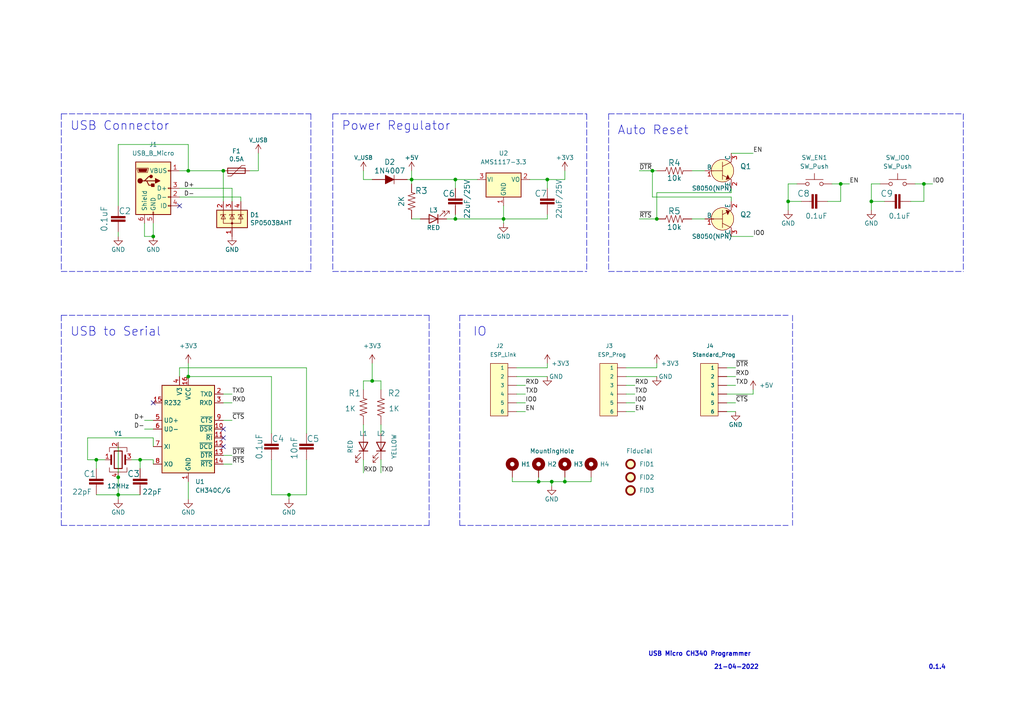
<source format=kicad_sch>
(kicad_sch (version 20211123) (generator eeschema)
  (paper "A4")
  (lib_symbols
    (symbol "Connector:USB_B_Micro" (pin_names (offset 1.016))
      (property "Reference" "J" (at -5.08 11.43 0))
      (property "Value" "USB_B_Micro" (at -5.08 8.89 0))
      (symbol "USB_B_Micro_0_1"
        (rectangle (start -5.08 -7.62) (end 5.08 7.62) (stroke (width 0.254)) (fill (type background)))
        (circle (center -3.81 2.159) (radius 0.635) (stroke (width 0.254)) (fill (type outline)))
        (circle (center -0.635 3.429) (radius 0.381) (stroke (width 0.254)) (fill (type outline)))
        (rectangle (start -0.127 -7.62) (end 0.127 -6.858))
        (polyline (pts (xy -1.905 2.159) (xy 0.635 2.159)) (stroke (width 0.254)))
        (polyline (pts (xy -3.175 2.159) (xy -2.54 2.159) (xy -1.27 3.429) (xy -0.635 3.429)) (stroke (width 0.254)))
        (polyline (pts (xy -2.54 2.159) (xy -1.905 2.159) (xy -1.27 0.889) (xy 0 0.889)) (stroke (width 0.254)))
        (polyline (pts (xy 0.635 2.794) (xy 0.635 1.524) (xy 1.905 2.159) (xy 0.635 2.794)) (stroke (width 0.254)) (fill (type outline)))
        (polyline (pts (xy -4.318 5.588) (xy -1.778 5.588) (xy -2.032 4.826) (xy -4.064 4.826) (xy -4.318 5.588)) (fill (type outline)))
        (polyline (pts (xy -4.699 5.842) (xy -4.699 5.588) (xy -4.445 4.826) (xy -4.445 4.572) (xy -1.651 4.572) (xy -1.651 4.826) (xy -1.397 5.588) (xy -1.397 5.842) (xy -4.699 5.842)))
        (rectangle (start 0.254 1.27) (end -0.508 0.508) (stroke (width 0.254)) (fill (type outline)))
        (rectangle (start 5.08 -5.207) (end 4.318 -4.953))
        (rectangle (start 5.08 -2.667) (end 4.318 -2.413))
        (rectangle (start 5.08 -0.127) (end 4.318 0.127))
        (rectangle (start 5.08 4.953) (end 4.318 5.207))
      )
      (symbol "USB_B_Micro_1_1"
        (pin power_out line (at 7.62 5.08 180) (length 2.54) (name "VBUS") (number "1"))
        (pin bidirectional line (at 7.62 -2.54 180) (length 2.54) (name "D-") (number "2"))
        (pin bidirectional line (at 7.62 0 180) (length 2.54) (name "D+") (number "3"))
        (pin passive line (at 7.62 -5.08 180) (length 2.54) (name "ID") (number "4"))
        (pin power_out line (at 0 -10.16 90) (length 2.54) (name "GND") (number "5"))
        (pin passive line (at -2.54 -10.16 90) (length 2.54) (name "Shield") (number "6"))
      )
    )
    (symbol "Device:Crystal_GND24" (pin_names (offset 1.016) hide)
      (property "Reference" "Y" (at 3.175 5.08 0))
      (property "Value" "Crystal_GND24" (at 3.175 3.175 0))
      (symbol "Crystal_GND24_0_1"
        (rectangle (start -1.143 2.54) (end 1.143 -2.54) (stroke (width 0.3048)))
        (polyline (pts (xy -2.54 0) (xy -2.032 0)))
        (polyline (pts (xy -2.032 -1.27) (xy -2.032 1.27)) (stroke (width 0.508)))
        (polyline (pts (xy 0 -3.81) (xy 0 -3.556)))
        (polyline (pts (xy 0 3.556) (xy 0 3.81)))
        (polyline (pts (xy 2.032 -1.27) (xy 2.032 1.27)) (stroke (width 0.508)))
        (polyline (pts (xy 2.032 0) (xy 2.54 0)))
        (polyline (pts (xy -2.54 -2.286) (xy -2.54 -3.556) (xy 2.54 -3.556) (xy 2.54 -2.286)))
        (polyline (pts (xy -2.54 2.286) (xy -2.54 3.556) (xy 2.54 3.556) (xy 2.54 2.286)))
      )
      (symbol "Crystal_GND24_1_1"
        (pin passive line (at -3.81 0 0) (length 1.27) (name "1") (number "1"))
        (pin passive line (at 0 5.08 270) (length 1.27) (name "2") (number "2"))
        (pin passive line (at 3.81 0 180) (length 1.27) (name "3") (number "3"))
        (pin passive line (at 0 -5.08 90) (length 1.27) (name "4") (number "4"))
      )
    )
    (symbol "Device:LED" (pin_numbers hide) (pin_names (offset 1.016) hide)
      (property "Reference" "D" (at 0 2.54 0))
      (property "Value" "LED" (at 0 -2.54 0))
      (symbol "LED_0_1"
        (polyline (pts (xy -1.27 -1.27) (xy -1.27 1.27)) (stroke (width 0.254)))
        (polyline (pts (xy -1.27 0) (xy 1.27 0)))
        (polyline (pts (xy 1.27 -1.27) (xy 1.27 1.27) (xy -1.27 0) (xy 1.27 -1.27)) (stroke (width 0.254)))
        (polyline (pts (xy -3.048 -0.762) (xy -4.572 -2.286) (xy -3.81 -2.286) (xy -4.572 -2.286) (xy -4.572 -1.524)))
        (polyline (pts (xy -1.778 -0.762) (xy -3.302 -2.286) (xy -2.54 -2.286) (xy -3.302 -2.286) (xy -3.302 -1.524)))
      )
      (symbol "LED_1_1"
        (pin passive line (at -3.81 0 0) (length 2.54) (name "K") (number "1"))
        (pin passive line (at 3.81 0 180) (length 2.54) (name "A") (number "2"))
      )
    )
    (symbol "Device:Polyfuse" (pin_numbers hide) (pin_names (offset 0))
      (property "Reference" "F" (at -2.54 0 90))
      (property "Value" "Polyfuse" (at 2.54 0 90))
      (symbol "Polyfuse_0_1"
        (rectangle (start -0.762 2.54) (end 0.762 -2.54) (stroke (width 0.254)))
        (polyline (pts (xy 0 2.54) (xy 0 -2.54)))
        (polyline (pts (xy -1.524 2.54) (xy -1.524 1.524) (xy 1.524 -1.524) (xy 1.524 -2.54)))
      )
      (symbol "Polyfuse_1_1"
        (pin passive line (at 0 3.81 270) (length 1.27) (name "~") (number "1"))
        (pin passive line (at 0 -3.81 90) (length 1.27) (name "~") (number "2"))
      )
    )
    (symbol "Interface_USB:CH340G"
      (property "Reference" "U" (at -5.08 13.97 0))
      (property "Value" "CH340G" (at 1.27 13.97 0))
      (symbol "CH340G_0_1"
        (rectangle (start -7.62 12.7) (end 7.62 -12.7) (stroke (width 0.254)) (fill (type background)))
      )
      (symbol "CH340G_1_1"
        (pin power_in line (at 0 -15.24 90) (length 2.54) (name "GND") (number "1"))
        (pin input line (at 10.16 0 180) (length 2.54) (name "~{DSR}") (number "10"))
        (pin input line (at 10.16 -2.54 180) (length 2.54) (name "~{RI}") (number "11"))
        (pin input line (at 10.16 -5.08 180) (length 2.54) (name "~{DCD}") (number "12"))
        (pin output line (at 10.16 -7.62 180) (length 2.54) (name "~{DTR}") (number "13"))
        (pin output line (at 10.16 -10.16 180) (length 2.54) (name "~{RTS}") (number "14"))
        (pin input line (at -10.16 7.62 0) (length 2.54) (name "R232") (number "15"))
        (pin power_in line (at 0 15.24 270) (length 2.54) (name "VCC") (number "16"))
        (pin output line (at 10.16 10.16 180) (length 2.54) (name "TXD") (number "2"))
        (pin input line (at 10.16 7.62 180) (length 2.54) (name "RXD") (number "3"))
        (pin passive line (at -2.54 15.24 270) (length 2.54) (name "V3") (number "4"))
        (pin bidirectional line (at -10.16 2.54 0) (length 2.54) (name "UD+") (number "5"))
        (pin bidirectional line (at -10.16 0 0) (length 2.54) (name "UD-") (number "6"))
        (pin input line (at -10.16 -5.08 0) (length 2.54) (name "XI") (number "7"))
        (pin output line (at -10.16 -10.16 0) (length 2.54) (name "XO") (number "8"))
        (pin input line (at 10.16 2.54 180) (length 2.54) (name "~{CTS}") (number "9"))
      )
    )
    (symbol "Mechanical:Fiducial"
      (property "Reference" "FID" (at 0 5.08 0))
      (property "Value" "Fiducial" (at 0 3.175 0))
      (symbol "Fiducial_0_1"
        (circle (center 0 0) (radius 1.27) (stroke (width 0.508)) (fill (type background)))
      )
    )
    (symbol "Mechanical:MountingHole_Pad" (pin_numbers hide) (pin_names (offset 1.016) hide)
      (property "Reference" "H" (at 0 6.35 0))
      (property "Value" "MountingHole_Pad" (at 0 4.445 0))
      (symbol "MountingHole_Pad_0_1"
        (circle (center 0 1.27) (radius 1.27) (stroke (width 1.27)))
      )
      (symbol "MountingHole_Pad_1_1"
        (pin input line (at 0 -2.54 90) (length 2.54) (name "1") (number "1"))
      )
    )
    (symbol "Power_Protection:SP0503BAHT" (pin_names hide)
      (property "Reference" "D" (at 5.715 2.54 0))
      (property "Value" "SP0503BAHT" (at 5.715 0.635 0))
      (symbol "SP0503BAHT_0_0"
        (pin passive line (at 0 -5.08 90) (length 2.54) (name "A") (number "1"))
      )
      (symbol "SP0503BAHT_0_1"
        (rectangle (start -4.445 2.54) (end 4.445 -2.54) (stroke (width 0.254)) (fill (type background)))
        (circle (center 0 -1.27) (radius 0.254) (fill (type outline)))
        (polyline (pts (xy -2.54 2.54) (xy -2.54 1.27)))
        (polyline (pts (xy 0 -1.27) (xy 0 -2.54)))
        (polyline (pts (xy 0 -1.27) (xy 0 1.27)))
        (polyline (pts (xy 0 2.54) (xy 0 1.27)))
        (polyline (pts (xy 0.635 1.27) (xy 0.762 1.27)))
        (polyline (pts (xy 2.54 2.54) (xy 2.54 1.27)))
        (polyline (pts (xy 0.635 1.27) (xy -0.762 1.27) (xy -0.762 1.016)))
        (polyline (pts (xy -3.302 1.016) (xy -3.302 1.27) (xy -1.905 1.27) (xy -1.778 1.27)))
        (polyline (pts (xy -2.54 1.27) (xy -2.54 -1.27) (xy 2.54 -1.27) (xy 2.54 1.27)))
        (polyline (pts (xy -2.54 1.27) (xy -1.905 0) (xy -3.175 0) (xy -2.54 1.27)))
        (polyline (pts (xy 0.635 0) (xy -0.635 0) (xy 0 1.27) (xy 0.635 0)))
        (polyline (pts (xy 1.778 1.016) (xy 1.778 1.27) (xy 3.175 1.27) (xy 3.302 1.27)))
        (polyline (pts (xy 2.54 1.27) (xy 1.905 0) (xy 3.175 0) (xy 2.54 1.27)))
      )
      (symbol "SP0503BAHT_1_1"
        (pin passive line (at -2.54 5.08 270) (length 2.54) (name "K") (number "2"))
        (pin passive line (at 0 5.08 270) (length 2.54) (name "K") (number "3"))
        (pin passive line (at 2.54 5.08 270) (length 2.54) (name "K") (number "4"))
      )
    )
    (symbol "Regulator_Linear:AMS1117-3.3" (pin_names (offset 0.254))
      (property "Reference" "U" (at -3.81 3.175 0))
      (property "Value" "AMS1117-3.3" (at 0 3.175 0))
      (symbol "AMS1117-3.3_0_1"
        (rectangle (start -5.08 -5.08) (end 5.08 1.905) (stroke (width 0.254)) (fill (type background)))
      )
      (symbol "AMS1117-3.3_1_1"
        (pin power_in line (at 0 -7.62 90) (length 2.54) (name "GND") (number "1"))
        (pin power_out line (at 7.62 0 180) (length 2.54) (name "VO") (number "2"))
        (pin power_in line (at -7.62 0 0) (length 2.54) (name "VI") (number "3"))
      )
    )
    (symbol "Serial-Basic-CH340C-eagle-import:0.1UF-0603-25V-(+80{slash}-20%)"
      (property "Reference" "C" (at 1.524 2.921 0))
      (property "Value" "0.1UF-0603-25V-(+80{slash}-20%)" (at 1.524 -2.159 0))
      (symbol "0.1UF-0603-25V-(+80{slash}-20%)_1_0"
        (rectangle (start -2.032 0.508) (end 2.032 1.016) (fill (type outline)))
        (rectangle (start -2.032 1.524) (end 2.032 2.032) (fill (type outline)))
        (polyline (pts (xy 0 0) (xy 0 0.508)) (stroke (width 0.1524)))
        (polyline (pts (xy 0 2.54) (xy 0 2.032)) (stroke (width 0.1524)))
        (pin passive line (at 0 5.08 270) (length 2.54) (name "1") (number "1"))
        (pin passive line (at 0 -2.54 90) (length 2.54) (name "2") (number "2"))
      )
    )
    (symbol "Serial-Basic-CH340C-eagle-import:1KOHM-0603-1{slash}10W-1%"
      (property "Reference" "R" (at 0 1.524 0))
      (property "Value" "1KOHM-0603-1{slash}10W-1%" (at 0 -1.524 0))
      (symbol "1KOHM-0603-1{slash}10W-1%_1_0"
        (polyline (pts (xy -2.54 0) (xy -2.159 1.016)) (stroke (width 0.1524)))
        (polyline (pts (xy -2.159 1.016) (xy -1.524 -1.016)) (stroke (width 0.1524)))
        (polyline (pts (xy -1.524 -1.016) (xy -0.889 1.016)) (stroke (width 0.1524)))
        (polyline (pts (xy -0.889 1.016) (xy -0.254 -1.016)) (stroke (width 0.1524)))
        (polyline (pts (xy -0.254 -1.016) (xy 0.381 1.016)) (stroke (width 0.1524)))
        (polyline (pts (xy 0.381 1.016) (xy 1.016 -1.016)) (stroke (width 0.1524)))
        (polyline (pts (xy 1.016 -1.016) (xy 1.651 1.016)) (stroke (width 0.1524)))
        (polyline (pts (xy 1.651 1.016) (xy 2.286 -1.016)) (stroke (width 0.1524)))
        (polyline (pts (xy 2.286 -1.016) (xy 2.54 0)) (stroke (width 0.1524)))
        (pin passive line (at -5.08 0 0) (length 2.54) (name "1") (number "1"))
        (pin passive line (at 5.08 0 180) (length 2.54) (name "2") (number "2"))
      )
    )
    (symbol "Serial-Basic-CH340C-eagle-import:5.1KOHM5.1KOHM-0603-1{slash}10W-1%"
      (property "Reference" "R" (at 0 1.524 0))
      (property "Value" "5.1KOHM5.1KOHM-0603-1{slash}10W-1%" (at 0 -1.524 0))
      (symbol "5.1KOHM5.1KOHM-0603-1{slash}10W-1%_1_0"
        (polyline (pts (xy -2.54 0) (xy -2.159 1.016)) (stroke (width 0.1524)))
        (polyline (pts (xy -2.159 1.016) (xy -1.524 -1.016)) (stroke (width 0.1524)))
        (polyline (pts (xy -1.524 -1.016) (xy -0.889 1.016)) (stroke (width 0.1524)))
        (polyline (pts (xy -0.889 1.016) (xy -0.254 -1.016)) (stroke (width 0.1524)))
        (polyline (pts (xy -0.254 -1.016) (xy 0.381 1.016)) (stroke (width 0.1524)))
        (polyline (pts (xy 0.381 1.016) (xy 1.016 -1.016)) (stroke (width 0.1524)))
        (polyline (pts (xy 1.016 -1.016) (xy 1.651 1.016)) (stroke (width 0.1524)))
        (polyline (pts (xy 1.651 1.016) (xy 2.286 -1.016)) (stroke (width 0.1524)))
        (polyline (pts (xy 2.286 -1.016) (xy 2.54 0)) (stroke (width 0.1524)))
        (pin passive line (at -5.08 0 0) (length 2.54) (name "1") (number "1"))
        (pin passive line (at 5.08 0 180) (length 2.54) (name "2") (number "2"))
      )
    )
    (symbol "SparkFun-Connectors:CONN_06POLAR" (pin_numbers hide) (pin_names (offset 1.016))
      (property "Reference" "J" (at -5.08 15.24 0))
      (property "Value" "CONN_06POLAR" (at -5.08 -3.81 0))
      (property "Field4" "XXX-00000" (at 0 19.05 0))
      (symbol "CONN_06POLAR_0_1"
        (rectangle (start 0 -1.27) (end -5.08 13.97) (fill (type background)))
      )
      (symbol "CONN_06POLAR_1_1"
        (pin passive line (at 2.54 0 180) (length 2.54) (name "1") (number "1"))
        (pin passive line (at 2.54 2.54 180) (length 2.54) (name "2") (number "2"))
        (pin passive line (at 2.54 5.08 180) (length 2.54) (name "3") (number "3"))
        (pin passive line (at 2.54 7.62 180) (length 2.54) (name "4") (number "4"))
        (pin passive line (at 2.54 10.16 180) (length 2.54) (name "5") (number "5"))
        (pin passive line (at 2.54 12.7 180) (length 2.54) (name "6") (number "6"))
      )
    )
    (symbol "SparkFun-PowerSymbols:V_USB" (power) (pin_numbers hide) (pin_names (offset 1.016) hide)
      (property "Value" "V_USB" (at -2.54 3.81 0))
      (property "Footprint" "XXX-00000" (at 0 7.62 0))
      (symbol "V_USB_1_0"
        (polyline (pts (xy 0 0) (xy 0 2.54)))
        (polyline (pts (xy 0 2.54) (xy -0.762 1.27)))
        (polyline (pts (xy 0.762 1.27) (xy 0 2.54)))
      )
      (symbol "V_USB_1_1"
        (pin power_in line (at 0 0 90) (length 0) hide (name "V_USB") (number "~"))
      )
    )
    (symbol "Switch:SW_Push" (pin_numbers hide) (pin_names (offset 1.016) hide)
      (property "Reference" "SW" (at 1.27 2.54 0))
      (property "Value" "SW_Push" (at 0 -1.524 0))
      (symbol "SW_Push_0_1"
        (circle (center -2.032 0) (radius 0.508))
        (polyline (pts (xy 0 1.27) (xy 0 3.048)))
        (polyline (pts (xy 2.54 1.27) (xy -2.54 1.27)))
        (circle (center 2.032 0) (radius 0.508))
        (pin passive line (at -5.08 0 0) (length 2.54) (name "1") (number "1"))
        (pin passive line (at 5.08 0 180) (length 2.54) (name "2") (number "2"))
      )
    )
    (symbol "dk_Diodes-Rectifiers-Single:1N4007-T_NRND" (pin_numbers hide) (pin_names (offset 0) hide)
      (property "Reference" "D" (at 0 2.54 0))
      (property "Value" "1N4007-T_NRND" (at 0 -2.54 0))
      (symbol "1N4007-T_NRND_0_1"
        (polyline (pts (xy 1.27 1.27) (xy 1.27 -1.27)))
        (polyline (pts (xy -1.27 1.27) (xy -1.27 -1.27) (xy 1.27 0) (xy -1.27 1.27)) (fill (type outline)))
      )
      (symbol "1N4007-T_NRND_1_1"
        (pin passive line (at -5.08 0 0) (length 3.81) (name "~") (number "A"))
        (pin passive line (at 5.08 0 180) (length 3.81) (name "~") (number "K"))
      )
    )
    (symbol "dk_Transistors-Bipolar-BJT-Single:MMSS8050-H-TP" (pin_names (offset 0))
      (property "Reference" "Q" (at -3.2004 4.2164 0))
      (property "Value" "MMSS8050-H-TP" (at 5.2324 0 90))
      (symbol "MMSS8050-H-TP_0_1"
        (polyline (pts (xy -3.81 0) (xy -2.54 0)))
        (polyline (pts (xy -3.556 0) (xy 0 0)))
        (polyline (pts (xy 0 -1.27) (xy 2.54 -2.54)))
        (polyline (pts (xy 0 1.27) (xy 2.54 2.54)))
        (polyline (pts (xy 0 2.54) (xy 0 -2.54)))
        (polyline (pts (xy 1.524 -1.27) (xy 2.032 -2.286) (xy 1.016 -2.54) (xy 1.524 -1.27)) (fill (type outline)))
        (circle (center 0 0) (radius 3.2512) (fill (type background)))
      )
      (symbol "MMSS8050-H-TP_1_1"
        (pin input line (at -5.08 0 0) (length 2.54) (name "B") (number "1"))
        (pin passive line (at 2.54 -5.08 90) (length 2.54) (name "E") (number "2"))
        (pin passive line (at 2.54 5.08 270) (length 2.54) (name "C") (number "3"))
      )
    )
    (symbol "power:+3.3V" (power) (pin_names (offset 0))
      (property "Value" "+3.3V" (at 0 3.556 0))
      (symbol "+3.3V_0_1"
        (polyline (pts (xy -0.762 1.27) (xy 0 2.54)))
        (polyline (pts (xy 0 0) (xy 0 2.54)))
        (polyline (pts (xy 0 2.54) (xy 0.762 1.27)))
      )
      (symbol "+3.3V_1_1"
        (pin power_in line (at 0 0 90) (length 0) hide (name "+3V3") (number "1"))
      )
    )
    (symbol "power:+5V" (power) (pin_names (offset 0))
      (property "Value" "+5V" (at 0 3.556 0))
      (symbol "+5V_0_1"
        (polyline (pts (xy -0.762 1.27) (xy 0 2.54)))
        (polyline (pts (xy 0 0) (xy 0 2.54)))
        (polyline (pts (xy 0 2.54) (xy 0.762 1.27)))
      )
      (symbol "+5V_1_1"
        (pin power_in line (at 0 0 90) (length 0) hide (name "+5V") (number "1"))
      )
    )
    (symbol "power:GND" (power) (pin_names (offset 0))
      (property "Value" "GND" (at 0 -3.81 0))
      (symbol "GND_0_1"
        (polyline (pts (xy 0 0) (xy 0 -1.27) (xy 1.27 -1.27) (xy 0 -2.54) (xy -1.27 -1.27) (xy 0 -1.27)))
      )
      (symbol "GND_1_1"
        (pin power_in line (at 0 0 270) (length 0) hide (name "GND") (number "1"))
      )
    )
  )
  (junction (at 163.83 139.7))
  (junction (at 107.95 110.49))
  (junction (at 146.05 63.5))
  (junction (at 27.94 133.35))
  (junction (at 132.08 63.5))
  (junction (at 119.38 52.07))
  (junction (at 83.82 143.51))
  (junction (at 243.84 53.34))
  (junction (at 54.61 109.22))
  (junction (at 44.45 68.58))
  (junction (at 267.97 53.34))
  (junction (at 34.29 138.43))
  (junction (at 160.02 139.7))
  (junction (at 158.75 52.07))
  (junction (at 54.61 49.53))
  (junction (at 189.23 49.53))
  (junction (at 228.6 58.42))
  (junction (at 40.64 133.35))
  (junction (at 252.73 58.42))
  (junction (at 132.08 52.07))
  (junction (at 190.5 63.5))
  (junction (at 64.77 49.53))
  (junction (at 34.29 143.51))
  (junction (at 156.21 139.7))
  (no_connect (at 44.45 116.84))
  (no_connect (at 64.77 127))
  (no_connect (at 64.77 129.54))
  (no_connect (at 64.77 124.46))
  (no_connect (at 52.07 59.69))
  (wire (pts (xy 210.82 114.3) (xy 218.44 114.3)))
  (wire (pts (xy 181.61 119.38) (xy 184.15 119.38)))
  (wire (pts (xy 83.82 144.78) (xy 83.82 143.51)))
  (wire (pts (xy 252.73 53.34) (xy 252.73 58.42)))
  (wire (pts (xy 110.49 110.49) (xy 110.49 113.03)))
  (wire (pts (xy 54.61 105.41) (xy 54.61 109.22)))
  (wire (pts (xy 67.31 54.61) (xy 67.31 58.42)))
  (wire (pts (xy 132.08 52.07) (xy 132.08 54.61)))
  (wire (pts (xy 212.09 54.61) (xy 212.09 55.88)))
  (wire (pts (xy 181.61 114.3) (xy 184.15 114.3)))
  (wire (pts (xy 185.42 49.53) (xy 189.23 49.53)))
  (wire (pts (xy 158.75 63.5) (xy 146.05 63.5)))
  (wire (pts (xy 132.08 63.5) (xy 146.05 63.5)))
  (wire (pts (xy 83.82 143.51) (xy 88.9 143.51)))
  (wire (pts (xy 34.29 67.31) (xy 34.29 68.58)))
  (wire (pts (xy 25.4 127) (xy 44.45 127)))
  (wire (pts (xy 212.09 68.58) (xy 218.44 68.58)))
  (wire (pts (xy 160.02 140.97) (xy 160.02 139.7)))
  (wire (pts (xy 210.82 116.84) (xy 213.36 116.84)))
  (polyline (pts (xy 176.53 33.02) (xy 279.4 33.02)))
  (wire (pts (xy 190.5 55.88) (xy 190.5 63.5)))
  (wire (pts (xy 181.61 116.84) (xy 184.15 116.84)))
  (polyline (pts (xy 124.46 91.44) (xy 124.46 152.4)))
  (wire (pts (xy 64.77 49.53) (xy 54.61 49.53)))
  (wire (pts (xy 34.29 41.91) (xy 54.61 41.91)))
  (wire (pts (xy 240.03 58.42) (xy 243.84 58.42)))
  (wire (pts (xy 149.86 119.38) (xy 152.4 119.38)))
  (wire (pts (xy 149.86 111.76) (xy 152.4 111.76)))
  (wire (pts (xy 64.77 134.62) (xy 67.31 134.62)))
  (wire (pts (xy 40.64 133.35) (xy 44.45 133.35)))
  (wire (pts (xy 189.23 49.53) (xy 190.5 49.53)))
  (wire (pts (xy 228.6 58.42) (xy 232.41 58.42)))
  (wire (pts (xy 243.84 53.34) (xy 246.38 53.34)))
  (wire (pts (xy 163.83 52.07) (xy 158.75 52.07)))
  (wire (pts (xy 54.61 139.7) (xy 54.61 144.78)))
  (wire (pts (xy 25.4 133.35) (xy 27.94 133.35)))
  (polyline (pts (xy 96.52 78.74) (xy 170.18 78.74)))
  (wire (pts (xy 243.84 58.42) (xy 243.84 53.34)))
  (wire (pts (xy 265.43 53.34) (xy 267.97 53.34)))
  (wire (pts (xy 218.44 113.03) (xy 218.44 114.3)))
  (wire (pts (xy 228.6 58.42) (xy 228.6 60.96)))
  (wire (pts (xy 41.91 68.58) (xy 44.45 68.58)))
  (wire (pts (xy 210.82 111.76) (xy 213.36 111.76)))
  (wire (pts (xy 64.77 132.08) (xy 67.31 132.08)))
  (wire (pts (xy 163.83 138.43) (xy 163.83 139.7)))
  (wire (pts (xy 34.29 144.78) (xy 34.29 143.51)))
  (wire (pts (xy 44.45 129.54) (xy 44.45 127)))
  (wire (pts (xy 189.23 57.15) (xy 189.23 49.53)))
  (wire (pts (xy 78.74 109.22) (xy 54.61 109.22)))
  (wire (pts (xy 105.41 110.49) (xy 105.41 113.03)))
  (wire (pts (xy 27.94 143.51) (xy 34.29 143.51)))
  (wire (pts (xy 163.83 139.7) (xy 171.45 139.7)))
  (wire (pts (xy 64.77 121.92) (xy 67.31 121.92)))
  (wire (pts (xy 160.02 139.7) (xy 163.83 139.7)))
  (wire (pts (xy 41.91 64.77) (xy 41.91 68.58)))
  (wire (pts (xy 228.6 53.34) (xy 228.6 58.42)))
  (wire (pts (xy 118.11 52.07) (xy 119.38 52.07)))
  (wire (pts (xy 148.59 139.7) (xy 156.21 139.7)))
  (polyline (pts (xy 17.78 91.44) (xy 124.46 91.44)))
  (wire (pts (xy 64.77 114.3) (xy 67.31 114.3)))
  (wire (pts (xy 148.59 138.43) (xy 148.59 139.7)))
  (wire (pts (xy 110.49 133.35) (xy 110.49 137.16)))
  (wire (pts (xy 149.86 106.68) (xy 158.75 106.68)))
  (wire (pts (xy 185.42 63.5) (xy 190.5 63.5)))
  (polyline (pts (xy 17.78 91.44) (xy 17.78 152.4)))
  (polyline (pts (xy 133.35 91.44) (xy 133.35 152.4)))
  (wire (pts (xy 107.95 110.49) (xy 110.49 110.49)))
  (wire (pts (xy 264.16 58.42) (xy 267.97 58.42)))
  (wire (pts (xy 88.9 125.73) (xy 88.9 106.68)))
  (wire (pts (xy 41.91 121.92) (xy 44.45 121.92)))
  (wire (pts (xy 78.74 143.51) (xy 83.82 143.51)))
  (polyline (pts (xy 279.4 33.02) (xy 279.4 78.74)))
  (wire (pts (xy 69.85 58.42) (xy 69.85 57.15)))
  (wire (pts (xy 107.95 52.07) (xy 105.41 52.07)))
  (wire (pts (xy 54.61 49.53) (xy 52.07 49.53)))
  (polyline (pts (xy 96.52 33.02) (xy 96.52 78.74)))
  (wire (pts (xy 38.1 133.35) (xy 40.64 133.35)))
  (wire (pts (xy 190.5 106.68) (xy 190.5 105.41)))
  (wire (pts (xy 78.74 143.51) (xy 78.74 133.35)))
  (polyline (pts (xy 170.18 33.02) (xy 170.18 78.74)))
  (wire (pts (xy 119.38 52.07) (xy 119.38 53.34)))
  (polyline (pts (xy 229.87 91.44) (xy 229.87 152.4)))
  (wire (pts (xy 54.61 41.91) (xy 54.61 49.53)))
  (wire (pts (xy 252.73 58.42) (xy 252.73 60.96)))
  (wire (pts (xy 158.75 106.68) (xy 158.75 105.41)))
  (wire (pts (xy 212.09 57.15) (xy 189.23 57.15)))
  (wire (pts (xy 149.86 109.22) (xy 158.75 109.22)))
  (wire (pts (xy 105.41 110.49) (xy 107.95 110.49)))
  (wire (pts (xy 40.64 133.35) (xy 40.64 135.89)))
  (wire (pts (xy 27.94 135.89) (xy 27.94 133.35)))
  (wire (pts (xy 78.74 125.73) (xy 78.74 109.22)))
  (wire (pts (xy 88.9 133.35) (xy 88.9 143.51)))
  (polyline (pts (xy 176.53 78.74) (xy 279.4 78.74)))
  (wire (pts (xy 34.29 59.69) (xy 34.29 41.91)))
  (wire (pts (xy 119.38 52.07) (xy 132.08 52.07)))
  (polyline (pts (xy 133.35 152.4) (xy 228.6 152.4)))
  (wire (pts (xy 146.05 63.5) (xy 146.05 59.69)))
  (wire (pts (xy 119.38 49.53) (xy 119.38 52.07)))
  (wire (pts (xy 27.94 133.35) (xy 30.48 133.35)))
  (wire (pts (xy 52.07 54.61) (xy 67.31 54.61)))
  (polyline (pts (xy 96.52 33.02) (xy 170.18 33.02)))
  (wire (pts (xy 74.93 44.45) (xy 74.93 49.53)))
  (wire (pts (xy 181.61 109.22) (xy 190.5 109.22)))
  (wire (pts (xy 210.82 119.38) (xy 213.36 119.38)))
  (wire (pts (xy 241.3 53.34) (xy 243.84 53.34)))
  (polyline (pts (xy 176.53 33.02) (xy 176.53 78.74)))
  (wire (pts (xy 163.83 49.53) (xy 163.83 52.07)))
  (wire (pts (xy 105.41 133.35) (xy 105.41 137.16)))
  (wire (pts (xy 119.38 63.5) (xy 121.92 63.5)))
  (wire (pts (xy 267.97 58.42) (xy 267.97 53.34)))
  (wire (pts (xy 110.49 123.19) (xy 110.49 125.73)))
  (wire (pts (xy 255.27 53.34) (xy 252.73 53.34)))
  (wire (pts (xy 25.4 127) (xy 25.4 133.35)))
  (wire (pts (xy 41.91 124.46) (xy 44.45 124.46)))
  (wire (pts (xy 107.95 105.41) (xy 107.95 110.49)))
  (wire (pts (xy 158.75 52.07) (xy 153.67 52.07)))
  (wire (pts (xy 105.41 123.19) (xy 105.41 125.73)))
  (wire (pts (xy 210.82 106.68) (xy 213.36 106.68)))
  (wire (pts (xy 210.82 109.22) (xy 213.36 109.22)))
  (wire (pts (xy 64.77 116.84) (xy 67.31 116.84)))
  (wire (pts (xy 267.97 53.34) (xy 270.51 53.34)))
  (wire (pts (xy 52.07 106.68) (xy 52.07 109.22)))
  (wire (pts (xy 212.09 44.45) (xy 218.44 44.45)))
  (wire (pts (xy 34.29 128.27) (xy 34.29 138.43)))
  (wire (pts (xy 212.09 58.42) (xy 212.09 57.15)))
  (wire (pts (xy 129.54 63.5) (xy 132.08 63.5)))
  (wire (pts (xy 34.29 138.43) (xy 34.29 143.51)))
  (wire (pts (xy 52.07 57.15) (xy 69.85 57.15)))
  (wire (pts (xy 74.93 49.53) (xy 72.39 49.53)))
  (wire (pts (xy 200.66 49.53) (xy 204.47 49.53)))
  (wire (pts (xy 231.14 53.34) (xy 228.6 53.34)))
  (wire (pts (xy 132.08 62.23) (xy 132.08 63.5)))
  (wire (pts (xy 146.05 64.77) (xy 146.05 63.5)))
  (polyline (pts (xy 133.35 91.44) (xy 228.6 91.44)))
  (wire (pts (xy 212.09 55.88) (xy 190.5 55.88)))
  (wire (pts (xy 64.77 58.42) (xy 64.77 49.53)))
  (polyline (pts (xy 17.78 78.74) (xy 90.17 78.74)))
  (wire (pts (xy 181.61 106.68) (xy 190.5 106.68)))
  (wire (pts (xy 156.21 138.43) (xy 156.21 139.7)))
  (wire (pts (xy 132.08 52.07) (xy 138.43 52.07)))
  (polyline (pts (xy 17.78 33.02) (xy 90.17 33.02)))
  (wire (pts (xy 105.41 52.07) (xy 105.41 49.53)))
  (wire (pts (xy 44.45 64.77) (xy 44.45 68.58)))
  (polyline (pts (xy 17.78 152.4) (xy 124.46 152.4)))
  (wire (pts (xy 44.45 133.35) (xy 44.45 134.62)))
  (polyline (pts (xy 17.78 33.02) (xy 17.78 78.74)))
  (wire (pts (xy 158.75 62.23) (xy 158.75 63.5)))
  (wire (pts (xy 156.21 139.7) (xy 160.02 139.7)))
  (wire (pts (xy 34.29 143.51) (xy 40.64 143.51)))
  (polyline (pts (xy 90.17 33.02) (xy 90.17 78.74)))
  (wire (pts (xy 200.66 63.5) (xy 204.47 63.5)))
  (wire (pts (xy 149.86 116.84) (xy 152.4 116.84)))
  (wire (pts (xy 181.61 111.76) (xy 184.15 111.76)))
  (wire (pts (xy 171.45 139.7) (xy 171.45 138.43)))
  (wire (pts (xy 88.9 106.68) (xy 52.07 106.68)))
  (wire (pts (xy 158.75 54.61) (xy 158.75 52.07)))
  (wire (pts (xy 252.73 58.42) (xy 256.54 58.42)))
  (wire (pts (xy 149.86 114.3) (xy 152.4 114.3)))
  (text "USB Connector" (at 20.32 38.1 180) (effects (font (size 2.54 2.54)) (justify left bottom)))
  (text "21-04-2022" (at 207.01 194.31 0) (effects (font (size 1.27 1.27) bold) (justify left bottom)))
  (text "USB to Serial" (at 20.32 97.79 180) (effects (font (size 2.54 2.54)) (justify left bottom)))
  (text "0.1.4" (at 269.24 194.31 0) (effects (font (size 1.27 1.27) bold) (justify left bottom)))
  (text "Auto Reset" (at 179.07 39.37 180) (effects (font (size 2.54 2.54)) (justify left bottom)))
  (text "IO" (at 137.16 97.79 180) (effects (font (size 2.54 2.54)) (justify left bottom)))
  (text "Power Regulator" (at 99.06 38.1 180) (effects (font (size 2.54 2.54)) (justify left bottom)))
  (text "USB Micro CH340 Programmer" (at 187.96 190.5 0) (effects (font (size 1.27 1.27) (thickness 0.254) bold) (justify left bottom)))
  (label "TXD" (at 110.49 137.16 0))
  (label "~{RTS}" (at 67.31 134.62 0))
  (label "EN" (at 152.4 119.38 0))
  (label "IO0" (at 218.44 68.58 0))
  (label "TXD" (at 184.15 114.3 0))
  (label "D+" (at 41.91 121.92 180))
  (label "IO0" (at 270.51 53.34 0))
  (label "EN" (at 184.15 119.38 0))
  (label "~{RTS}" (at 185.42 63.5 0))
  (label "RXD" (at 184.15 111.76 0))
  (label "TXD" (at 152.4 114.3 0))
  (label "IO0" (at 184.15 116.84 0))
  (label "RXD" (at 67.31 116.84 0))
  (label "EN" (at 246.38 53.34 0))
  (label "RXD" (at 152.4 111.76 0))
  (label "~{CTS}" (at 213.36 116.84 0))
  (label "D+" (at 53.34 54.61 0))
  (label "RXD" (at 213.36 109.22 0))
  (label "TXD" (at 213.36 111.76 0))
  (label "~{DTR}" (at 185.42 49.53 0))
  (label "TXD" (at 67.31 114.3 0))
  (label "~{DTR}" (at 213.36 106.68 0))
  (label "D-" (at 41.91 124.46 180))
  (label "EN" (at 218.44 44.45 0))
  (label "~{DTR}" (at 67.31 132.08 0))
  (label "IO0" (at 152.4 116.84 0))
  (label "D-" (at 53.34 57.15 0))
  (label "RXD" (at 105.41 137.16 0))
  (label "~{CTS}" (at 67.31 121.92 0))
  (symbol (lib_id "Serial-Basic-CH340C-eagle-import:0.1UF-0603-25V-(+80{slash}-20%)") (at 27.94 140.97 0) (mirror y) (unit 1)
    (property "Reference" "C1" (at 27.94 138.43 0) (effects (font (size 1.778 1.778)) (justify left bottom)))
    (property "Value" "22pF" (at 26.67 143.51 0) (effects (font (size 1.5 1.5)) (justify left bottom)))
    (property "Footprint" "Capacitor_SMD:C_0805_2012Metric_Pad1.18x1.45mm_HandSolder" (effects hide))
  )
  (symbol (lib_id "Switch:SW_Push") (at 236.22 53.34 0) (unit 1)
    (property "Reference" "SW_EN1" (at 236.22 45.72 0))
    (property "Value" "SW_Push" (at 236.22 48.26 0))
    (property "Footprint" "Button_Switch_THT:SW_PUSH_6mm_H5mm" (effects hide))
  )
  (symbol (lib_id "Interface_USB:CH340G") (at 54.61 124.46 0) (unit 1)
    (property "Reference" "U1" (at 56.6294 139.7 0) (effects (justify left)))
    (property "Value" "CH340C/G" (at 56.6294 142.24 0) (effects (justify left)))
    (property "Footprint" "Package_SO:SOIC-16_3.9x9.9mm_P1.27mm" (effects hide))
    (property "Datasheet" "http://www.datasheet5.com/pdf-local-2195953" (effects hide))
  )
  (symbol (lib_id "power:GND") (at 34.29 68.58 0) (unit 1)
    (property "Reference" "#PWR02" (effects hide))
    (property "Value" "GND" (at 34.29 72.39 0))
  )
  (symbol (lib_id "Serial-Basic-CH340C-eagle-import:0.1UF-0603-25V-(+80{slash}-20%)") (at 237.49 58.42 90) (mirror x) (unit 1)
    (property "Reference" "C8" (at 234.95 57.15 90) (effects (font (size 1.778 1.778)) (justify left bottom)))
    (property "Value" "0.1uF" (at 240.03 63.5 90) (effects (font (size 1.5 1.5)) (justify left bottom)))
    (property "Footprint" "Capacitor_SMD:C_0805_2012Metric_Pad1.18x1.45mm_HandSolder" (effects hide))
  )
  (symbol (lib_id "Serial-Basic-CH340C-eagle-import:1KOHM-0603-1{slash}10W-1%") (at 105.41 118.11 90) (unit 1)
    (property "Reference" "R1" (at 102.87 113.03 90) (effects (font (size 1.778 1.778)) (justify bottom)))
    (property "Value" "1K" (at 101.6 119.38 90) (effects (font (size 1.5 1.5)) (justify top)))
    (property "Footprint" "Resistor_SMD:R_0805_2012Metric_Pad1.20x1.40mm_HandSolder" (effects hide))
  )
  (symbol (lib_id "power:+3.3V") (at 158.75 105.41 0) (unit 1)
    (property "Reference" "#PWR09" (effects hide))
    (property "Value" "+3.3V" (at 162.56 105.41 0))
  )
  (symbol (lib_id "Device:LED") (at 110.49 129.54 270) (mirror x) (unit 1)
    (property "Reference" "L2" (at 110.49 125.73 90))
    (property "Value" "YELLOW" (at 114.3 129.54 0))
    (property "Footprint" "LED_SMD:LED_0805_2012Metric_Pad1.15x1.40mm_HandSolder" (effects hide))
  )
  (symbol (lib_id "Device:Polyfuse") (at 68.58 49.53 270) (unit 1)
    (property "Reference" "F1" (at 68.58 43.815 90))
    (property "Value" "0.5A" (at 68.58 46.1264 90))
    (property "Footprint" "Fuse:Fuse_0805_2012Metric_Pad1.15x1.40mm_HandSolder" (effects hide))
  )
  (symbol (lib_id "Serial-Basic-CH340C-eagle-import:1KOHM-0603-1{slash}10W-1%") (at 119.38 58.42 90) (unit 1)
    (property "Reference" "R3" (at 122.2 54.3101 90) (effects (font (size 1.778 1.778)) (justify bottom)))
    (property "Value" "2K" (at 115.57 58.42 0) (effects (font (size 1.5 1.5)) (justify top)))
    (property "Footprint" "Resistor_SMD:R_0805_2012Metric_Pad1.20x1.40mm_HandSolder" (effects hide))
  )
  (symbol (lib_id "Device:Crystal_GND24") (at 34.29 133.35 0) (unit 1)
    (property "Reference" "Y1" (at 34.29 125.73 0))
    (property "Value" "12MHz" (at 34.29 140.97 0))
    (property "Footprint" "Crystal:Crystal_SMD_3225-4Pin_3.2x2.5mm_HandSoldering" (effects hide))
  )
  (symbol (lib_id "Mechanical:MountingHole_Pad") (at 163.83 135.89 0) (unit 1)
    (property "Reference" "H3" (at 166.37 134.6454 0) (effects (justify left)))
    (property "Value" "MountingHole" (effects hide))
    (property "Footprint" "MountingHole:MountingHole_3.2mm_M3_Pad" (effects hide))
  )
  (symbol (lib_id "Mechanical:MountingHole_Pad") (at 148.59 135.89 0) (unit 1)
    (property "Reference" "H1" (at 151.13 134.6454 0) (effects (justify left)))
    (property "Value" "MountingHole" (effects hide))
    (property "Footprint" "MountingHole:MountingHole_3.2mm_M3_Pad" (effects hide))
  )
  (symbol (lib_id "Serial-Basic-CH340C-eagle-import:0.1UF-0603-25V-(+80{slash}-20%)") (at 261.62 58.42 90) (mirror x) (unit 1)
    (property "Reference" "C9" (at 259.08 57.15 90) (effects (font (size 1.778 1.778)) (justify left bottom)))
    (property "Value" "0.1uF" (at 264.16 63.5 90) (effects (font (size 1.5 1.5)) (justify left bottom)))
    (property "Footprint" "Capacitor_SMD:C_0805_2012Metric_Pad1.18x1.45mm_HandSolder" (effects hide))
  )
  (symbol (lib_id "Device:LED") (at 125.73 63.5 180) (unit 1)
    (property "Reference" "L3" (at 125.73 60.96 0))
    (property "Value" "RED" (at 125.73 66.04 0))
    (property "Footprint" "LED_SMD:LED_0805_2012Metric_Pad1.15x1.40mm_HandSolder" (effects hide))
  )
  (symbol (lib_id "Device:LED") (at 105.41 129.54 270) (mirror x) (unit 1)
    (property "Reference" "L1" (at 105.41 125.73 90))
    (property "Value" "RED" (at 101.6 129.54 0))
    (property "Footprint" "LED_SMD:LED_0805_2012Metric_Pad1.15x1.40mm_HandSolder" (effects hide))
  )
  (symbol (lib_id "power:+3.3V") (at 54.61 105.41 0) (unit 1)
    (property "Reference" "#PWR01" (effects hide))
    (property "Value" "+3.3V" (at 54.61 100.33 0))
  )
  (symbol (lib_id "power:+3.3V") (at 190.5 105.41 0) (unit 1)
    (property "Reference" "#PWR06" (effects hide))
    (property "Value" "+3.3V" (at 194.31 105.41 0))
  )
  (symbol (lib_id "Mechanical:Fiducial") (at 182.88 138.43 0) (unit 1)
    (property "Reference" "FID2" (at 185.42 138.43 0) (effects (justify left)))
    (property "Value" "Fiducial" (effects hide))
    (property "Footprint" "Fiducial:Fiducial_0.5mm_Mask1mm" (effects hide))
  )
  (symbol (lib_id "SparkFun-Connectors:CONN_06POLAR") (at 179.07 106.68 0) (mirror x) (unit 1)
    (property "Reference" "J3" (at 177.8 100.33 0) (effects (font (size 1.143 1.143)) (justify right)))
    (property "Value" "ESP_Prog" (at 181.61 102.87 0) (effects (font (size 1.143 1.143)) (justify right)))
    (property "Footprint" "Connector_JST:JST_EH_B6B-EH-A_1x06_P2.50mm_Vertical" (effects hide))
    (property "Field4" "XXX-00000" (effects hide))
  )
  (symbol (lib_id "Regulator_Linear:AMS1117-3.3") (at 146.05 52.07 0) (unit 1)
    (property "Reference" "U2" (at 146.05 44.45 0))
    (property "Value" "AMS1117-3.3" (at 146.05 46.99 0))
    (property "Footprint" "Package_TO_SOT_SMD:SOT-223-3_TabPin2" (effects hide))
    (property "Datasheet" "http://www.advanced-monolithic.com/pdf/ds1117.pdf" (effects hide))
  )
  (symbol (lib_id "dk_Diodes-Rectifiers-Single:1N4007-T_NRND") (at 113.03 52.07 0) (unit 1)
    (property "Reference" "D2" (at 113.03 46.99 0) (effects (font (size 1.524 1.524))))
    (property "Value" "1N4007" (at 113.03 49.53 0) (effects (font (size 1.524 1.524))))
    (property "Footprint" "digikey-footprints:DO-214AC" (effects hide))
    (property "Datasheet" "https://www.diodes.com/assets/Datasheets/ds28002.pdf" (effects hide))
    (property "Digi-Key_PN" "1N4007DICT-ND" (effects hide))
    (property "MPN" "1N4007-T" (effects hide))
    (property "Category" "Discrete Semiconductor Products" (effects hide))
    (property "Family" "Diodes - Rectifiers - Single" (effects hide))
    (property "DK_Datasheet_Link" "https://www.diodes.com/assets/Datasheets/ds28002.pdf" (effects hide))
    (property "DK_Detail_Page" "/product-detail/en/diodes-incorporated/1N4007-T/1N4007DICT-ND/76454" (effects hide))
    (property "Description" "DIODE GEN PURP 1KV 1A DO41" (effects hide))
    (property "Manufacturer" "Diodes Incorporated" (effects hide))
    (property "Status" "Not For New Designs" (effects hide))
  )
  (symbol (lib_id "Mechanical:MountingHole_Pad") (at 171.45 135.89 0) (unit 1)
    (property "Reference" "H4" (at 173.99 134.6454 0) (effects (justify left)))
    (property "Value" "MountingHole" (effects hide))
    (property "Footprint" "MountingHole:MountingHole_3.2mm_M3_Pad" (effects hide))
  )
  (symbol (lib_id "Serial-Basic-CH340C-eagle-import:0.1UF-0603-25V-(+80{slash}-20%)") (at 78.74 130.81 0) (unit 1)
    (property "Reference" "C4" (at 78.74 128.27 0) (effects (font (size 1.778 1.778)) (justify left bottom)))
    (property "Value" "0.1uF" (at 76.2 133.35 90) (effects (font (size 1.778 1.778)) (justify left bottom)))
    (property "Footprint" "Capacitor_SMD:C_0805_2012Metric_Pad1.18x1.45mm_HandSolder" (effects hide))
  )
  (symbol (lib_id "Mechanical:Fiducial") (at 182.88 142.24 0) (unit 1)
    (property "Reference" "FID3" (at 185.42 142.24 0) (effects (justify left)))
    (property "Value" "Fiducial" (effects hide))
    (property "Footprint" "Fiducial:Fiducial_0.5mm_Mask1mm" (effects hide))
  )
  (symbol (lib_id "dk_Transistors-Bipolar-BJT-Single:MMSS8050-H-TP") (at 209.55 63.5 0) (mirror x) (unit 1)
    (property "Reference" "Q2" (at 214.63 62.23 0) (effects (font (size 1.524 1.524)) (justify left)))
    (property "Value" "S8050(NPN)" (at 200.66 68.58 0) (effects (font (size 1.25 1.25)) (justify left)))
    (property "Footprint" "Package_TO_SOT_SMD:SOT-23" (effects hide))
    (property "Datasheet" "https://www.mccsemi.com/pdf/Products/MMSS8050(SOT-23).pdf" (effects hide))
    (property "Digi-Key_PN" "MMSS8050-H-TPMSCT-ND" (effects hide))
    (property "MPN" "MMSS8050-H-TP" (effects hide))
    (property "Category" "Discrete Semiconductor Products" (effects hide))
    (property "Family" "Transistors - Bipolar (BJT) - Single" (effects hide))
    (property "DK_Datasheet_Link" "https://www.mccsemi.com/pdf/Products/MMSS8050(SOT-23).pdf" (effects hide))
    (property "DK_Detail_Page" "/product-detail/en/micro-commercial-co/MMSS8050-H-TP/MMSS8050-H-TPMSCT-ND/2825945" (effects hide))
    (property "Description" "TRANS NPN 25V 1.5A SOT23" (effects hide))
    (property "Manufacturer" "Micro Commercial Co" (effects hide))
    (property "Status" "Active" (effects hide))
  )
  (symbol (lib_id "power:GND") (at 34.29 144.78 0) (unit 1)
    (property "Reference" "#PWR03" (effects hide))
    (property "Value" "GND" (at 34.29 148.59 0))
  )
  (symbol (lib_id "power:+3.3V") (at 107.95 105.41 0) (unit 1)
    (property "Reference" "#PWR04" (effects hide))
    (property "Value" "+3.3V" (at 107.95 100.33 0))
  )
  (symbol (lib_id "SparkFun-Connectors:CONN_06POLAR") (at 208.28 106.68 0) (mirror x) (unit 1)
    (property "Reference" "J4" (at 207.01 100.33 0) (effects (font (size 1.143 1.143)) (justify right)))
    (property "Value" "Standard_Prog" (at 213.36 102.87 0) (effects (font (size 1.143 1.143)) (justify right)))
    (property "Footprint" "Connector_JST:JST_EH_B6B-EH-A_1x06_P2.50mm_Vertical" (effects hide))
    (property "Field4" "XXX-00000" (effects hide))
  )
  (symbol (lib_id "Mechanical:Fiducial") (at 182.88 134.62 0) (unit 1)
    (property "Reference" "FID1" (at 185.42 134.62 0) (effects (justify left)))
    (property "Value" "Fiducial" (at 181.61 130.81 0) (effects (justify left)))
    (property "Footprint" "Fiducial:Fiducial_0.5mm_Mask1mm" (effects hide))
  )
  (symbol (lib_id "power:GND") (at 146.05 64.77 0) (unit 1)
    (property "Reference" "#PWR018" (effects hide))
    (property "Value" "GND" (at 146.05 68.58 0))
  )
  (symbol (lib_id "Serial-Basic-CH340C-eagle-import:5.1KOHM5.1KOHM-0603-1{slash}10W-1%") (at 195.58 63.5 0) (unit 1)
    (property "Reference" "R5" (at 195.58 62.23 0) (effects (font (size 1.778 1.778)) (justify bottom)))
    (property "Value" "10k" (at 195.58 65.024 0) (effects (font (size 1.5 1.5)) (justify top)))
    (property "Footprint" "Resistor_SMD:R_0805_2012Metric_Pad1.20x1.40mm_HandSolder" (effects hide))
  )
  (symbol (lib_id "power:GND") (at 160.02 140.97 0) (unit 1)
    (property "Reference" "#PWR014" (effects hide))
    (property "Value" "GND" (at 160.02 144.78 0))
  )
  (symbol (lib_id "power:GND") (at 252.73 60.96 0) (unit 1)
    (property "Reference" "#PWR020" (effects hide))
    (property "Value" "GND" (at 252.73 64.77 0))
  )
  (symbol (lib_id "power:GND") (at 213.36 119.38 0) (unit 1)
    (property "Reference" "#PWR016" (effects hide))
    (property "Value" "GND" (at 213.36 123.19 0))
  )
  (symbol (lib_id "power:GND") (at 54.61 144.78 0) (unit 1)
    (property "Reference" "#PWR011" (effects hide))
    (property "Value" "GND" (at 54.61 148.59 0))
  )
  (symbol (lib_id "power:+3.3V") (at 163.83 49.53 0) (unit 1)
    (property "Reference" "#PWR07" (effects hide))
    (property "Value" "+3.3V" (at 163.83 45.72 0))
  )
  (symbol (lib_id "power:GND") (at 190.5 109.22 0) (unit 1)
    (property "Reference" "#PWR015" (effects hide))
    (property "Value" "GND" (at 193.04 109.22 0))
  )
  (symbol (lib_id "power:+5V") (at 218.44 113.03 0) (unit 1)
    (property "Reference" "#PWR08" (effects hide))
    (property "Value" "+5V" (at 222.25 111.76 0))
  )
  (symbol (lib_id "power:GND") (at 158.75 109.22 0) (unit 1)
    (property "Reference" "#PWR017" (effects hide))
    (property "Value" "GND" (at 161.29 109.22 0))
  )
  (symbol (lib_id "Serial-Basic-CH340C-eagle-import:0.1UF-0603-25V-(+80{slash}-20%)") (at 34.29 64.77 0) (mirror y) (unit 1)
    (property "Reference" "C2" (at 38.1 62.23 0) (effects (font (size 1.778 1.778)) (justify left bottom)))
    (property "Value" "0.1uF" (at 29.21 67.31 90) (effects (font (size 1.778 1.778)) (justify left bottom)))
    (property "Footprint" "Capacitor_SMD:C_0805_2012Metric_Pad1.18x1.45mm_HandSolder" (effects hide))
  )
  (symbol (lib_id "SparkFun-Connectors:CONN_06POLAR") (at 147.32 106.68 0) (mirror x) (unit 1)
    (property "Reference" "J2" (at 146.05 100.33 0) (effects (font (size 1.143 1.143)) (justify right)))
    (property "Value" "ESP_Link" (at 149.86 102.87 0) (effects (font (size 1.143 1.143)) (justify right)))
    (property "Footprint" "Connector_JST:JST_SH_SM06B-SRSS-TB_1x06-1MP_P1.00mm_Horizontal" (effects hide))
    (property "Field4" "XXX-00000" (effects hide))
  )
  (symbol (lib_id "Serial-Basic-CH340C-eagle-import:0.1UF-0603-25V-(+80{slash}-20%)") (at 40.64 140.97 0) (mirror y) (unit 1)
    (property "Reference" "C3" (at 40.64 138.43 0) (effects (font (size 1.778 1.778)) (justify left bottom)))
    (property "Value" "22pF" (at 46.99 143.51 0) (effects (font (size 1.5 1.5)) (justify left bottom)))
    (property "Footprint" "Capacitor_SMD:C_0805_2012Metric_Pad1.18x1.45mm_HandSolder" (effects hide))
  )
  (symbol (lib_id "power:+5V") (at 119.38 49.53 0) (unit 1)
    (property "Reference" "#PWR05" (effects hide))
    (property "Value" "+5V" (at 119.38 45.72 0))
  )
  (symbol (lib_id "Serial-Basic-CH340C-eagle-import:0.1UF-0603-25V-(+80{slash}-20%)") (at 132.08 59.69 0) (mirror y) (unit 1)
    (property "Reference" "C6" (at 132.08 57.15 0) (effects (font (size 1.778 1.778)) (justify left bottom)))
    (property "Value" "22uF/25V" (at 134.62 63.5 90) (effects (font (size 1.5 1.5)) (justify left bottom)))
    (property "Footprint" "Capacitor_Tantalum_SMD:CP_EIA-3528-21_Kemet-B_Pad1.50x2.35mm_HandSolder" (effects hide))
  )
  (symbol (lib_id "Serial-Basic-CH340C-eagle-import:0.1UF-0603-25V-(+80{slash}-20%)") (at 158.75 59.69 0) (mirror y) (unit 1)
    (property "Reference" "C7" (at 158.75 57.15 0) (effects (font (size 1.778 1.778)) (justify left bottom)))
    (property "Value" "22uF/25V" (at 161.29 63.5 90) (effects (font (size 1.5 1.5)) (justify left bottom)))
    (property "Footprint" "Capacitor_SMD:C_0805_2012Metric_Pad1.18x1.45mm_HandSolder" (effects hide))
  )
  (symbol (lib_id "power:GND") (at 83.82 144.78 0) (unit 1)
    (property "Reference" "#PWR013" (effects hide))
    (property "Value" "GND" (at 83.82 148.59 0))
  )
  (symbol (lib_id "SparkFun-PowerSymbols:V_USB") (at 105.41 49.53 0) (unit 1)
    (property "Reference" "#SUPPLY02" (effects hide))
    (property "Value" "V_USB" (at 105.41 45.72 0) (effects (font (size 1.143 1.143))))
    (property "Footprint" "XXX-00000" (effects hide))
  )
  (symbol (lib_id "Switch:SW_Push") (at 260.35 53.34 0) (unit 1)
    (property "Reference" "SW_IO0" (at 260.35 45.72 0))
    (property "Value" "SW_Push" (at 260.35 48.26 0))
    (property "Footprint" "Button_Switch_THT:SW_PUSH_6mm_H5mm" (effects hide))
  )
  (symbol (lib_id "Serial-Basic-CH340C-eagle-import:0.1UF-0603-25V-(+80{slash}-20%)") (at 88.9 130.81 0) (unit 1)
    (property "Reference" "C5" (at 88.9 128.27 0) (effects (font (size 1.778 1.778)) (justify left bottom)))
    (property "Value" "10nF" (at 86.36 133.35 90) (effects (font (size 1.778 1.778)) (justify left bottom)))
    (property "Footprint" "Capacitor_SMD:C_0805_2012Metric_Pad1.18x1.45mm_HandSolder" (effects hide))
  )
  (symbol (lib_id "power:GND") (at 228.6 60.96 0) (unit 1)
    (property "Reference" "#PWR019" (effects hide))
    (property "Value" "GND" (at 228.6 64.77 0))
  )
  (symbol (lib_id "dk_Transistors-Bipolar-BJT-Single:MMSS8050-H-TP") (at 209.55 49.53 0) (unit 1)
    (property "Reference" "Q1" (at 214.63 48.26 0) (effects (font (size 1.524 1.524)) (justify left)))
    (property "Value" "S8050(NPN)" (at 200.66 54.61 0) (effects (font (size 1.25 1.25)) (justify left)))
    (property "Footprint" "Package_TO_SOT_SMD:SOT-23" (effects hide))
    (property "Datasheet" "https://www.mccsemi.com/pdf/Products/MMSS8050(SOT-23).pdf" (effects hide))
    (property "Digi-Key_PN" "MMSS8050-H-TPMSCT-ND" (effects hide))
    (property "MPN" "MMSS8050-H-TP" (effects hide))
    (property "Category" "Discrete Semiconductor Products" (effects hide))
    (property "Family" "Transistors - Bipolar (BJT) - Single" (effects hide))
    (property "DK_Datasheet_Link" "https://www.mccsemi.com/pdf/Products/MMSS8050(SOT-23).pdf" (effects hide))
    (property "DK_Detail_Page" "/product-detail/en/micro-commercial-co/MMSS8050-H-TP/MMSS8050-H-TPMSCT-ND/2825945" (effects hide))
    (property "Description" "TRANS NPN 25V 1.5A SOT23" (effects hide))
    (property "Manufacturer" "Micro Commercial Co" (effects hide))
    (property "Status" "Active" (effects hide))
  )
  (symbol (lib_id "Mechanical:MountingHole_Pad") (at 156.21 135.89 0) (unit 1)
    (property "Reference" "H2" (at 158.75 134.6454 0) (effects (justify left)))
    (property "Value" "MountingHole" (at 153.67 130.81 0) (effects (justify left)))
    (property "Footprint" "MountingHole:MountingHole_3.2mm_M3_Pad" (effects hide))
  )
  (symbol (lib_id "power:GND") (at 44.45 68.58 0) (unit 1)
    (property "Reference" "#PWR010" (effects hide))
    (property "Value" "GND" (at 44.45 72.39 0))
  )
  (symbol (lib_id "Power_Protection:SP0503BAHT") (at 67.31 63.5 0) (unit 1)
    (property "Reference" "D1" (at 72.517 62.3316 0) (effects (justify left)))
    (property "Value" "SP0503BAHT" (at 72.517 64.643 0) (effects (justify left)))
    (property "Footprint" "Package_TO_SOT_SMD:SOT-143" (effects hide))
    (property "Datasheet" "http://www.littelfuse.com/~/media/files/littelfuse/technical%20resources/documents/data%20sheets/sp05xxba.pdf" (effects hide))
  )
  (symbol (lib_id "power:GND") (at 67.31 68.58 0) (unit 1)
    (property "Reference" "#PWR012" (effects hide))
    (property "Value" "GND" (at 67.31 72.39 0))
  )
  (symbol (lib_id "Serial-Basic-CH340C-eagle-import:1KOHM-0603-1{slash}10W-1%") (at 110.49 118.11 90) (unit 1)
    (property "Reference" "R2" (at 114.3 113.03 90) (effects (font (size 1.778 1.778)) (justify bottom)))
    (property "Value" "1K" (at 114.3 119.38 90) (effects (font (size 1.5 1.5)) (justify top)))
    (property "Footprint" "Resistor_SMD:R_0805_2012Metric_Pad1.20x1.40mm_HandSolder" (effects hide))
  )
  (symbol (lib_id "Serial-Basic-CH340C-eagle-import:5.1KOHM5.1KOHM-0603-1{slash}10W-1%") (at 195.58 49.53 0) (unit 1)
    (property "Reference" "R4" (at 195.58 48.26 0) (effects (font (size 1.778 1.778)) (justify bottom)))
    (property "Value" "10k" (at 195.58 50.8 0) (effects (font (size 1.5 1.5)) (justify top)))
    (property "Footprint" "Resistor_SMD:R_0805_2012Metric_Pad1.20x1.40mm_HandSolder" (effects hide))
  )
  (symbol (lib_id "Connector:USB_B_Micro") (at 44.45 54.61 0) (unit 1)
    (property "Reference" "J1" (at 44.45 41.91 0))
    (property "Value" "USB_B_Micro" (at 44.45 44.45 0))
    (property "Footprint" "digikey-footprints:USB_Micro_B_Female_10118193-0001LF" (effects hide))
  )
  (symbol (lib_id "SparkFun-PowerSymbols:V_USB") (at 74.93 44.45 0) (unit 1)
    (property "Reference" "#SUPPLY01" (effects hide))
    (property "Value" "V_USB" (at 74.93 40.64 0) (effects (font (size 1.143 1.143))))
    (property "Footprint" "XXX-00000" (effects hide))
  )
)
</source>
